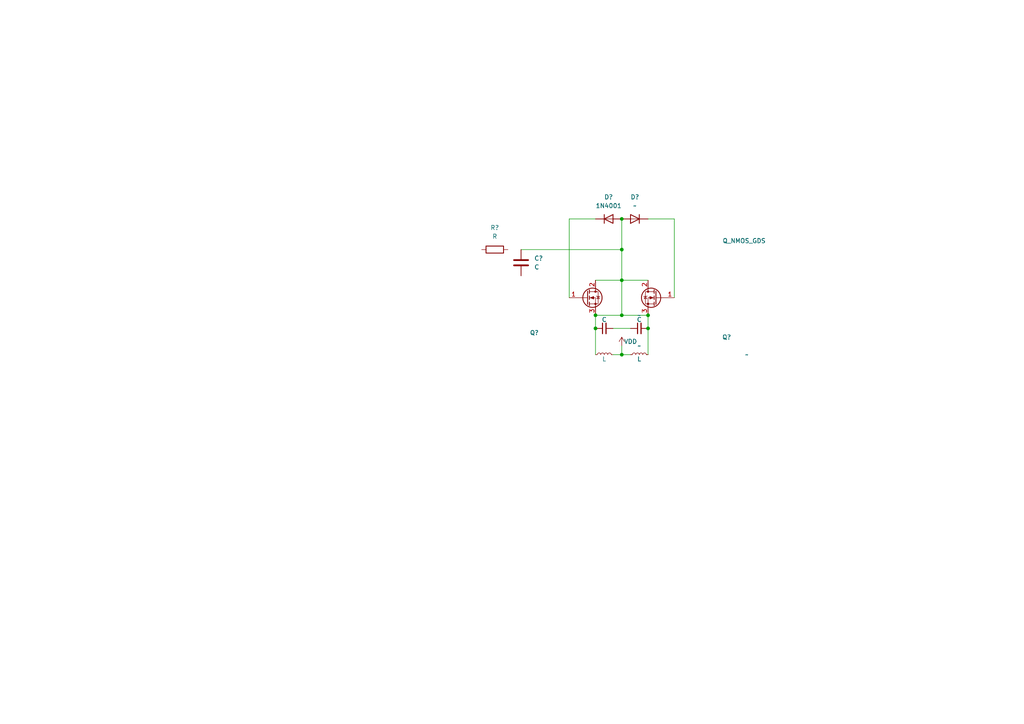
<source format=kicad_sch>
(kicad_sch (version 20211123) (generator eeschema)
  (paper "A4")
  (lib_symbols
    (symbol "Device:C" (pin_numbers hide) (pin_names (offset 0.254))
      (property "Reference" "C" (at 0.635 2.54 0))
      (property "Value" "C" (at 0.635 -2.54 0))
      (symbol "C_0_1"
        (polyline (pts (xy -2.032 -0.762) (xy 2.032 -0.762)) (stroke (width 0.508)))
        (polyline (pts (xy -2.032 0.762) (xy 2.032 0.762)) (stroke (width 0.508)))
      )
      (symbol "C_1_1"
        (pin passive line (at 0 3.81 270) (length 2.794) (name "~") (number "1"))
        (pin passive line (at 0 -3.81 90) (length 2.794) (name "~") (number "2"))
      )
    )
    (symbol "Device:C_Small" (pin_numbers hide) (pin_names (offset 0.254) hide)
      (property "Reference" "C" (at 0.254 1.778 0))
      (property "Value" "C_Small" (at 0.254 -2.032 0))
      (symbol "C_Small_0_1"
        (polyline (pts (xy -1.524 -0.508) (xy 1.524 -0.508)) (stroke (width 0.3302)))
        (polyline (pts (xy -1.524 0.508) (xy 1.524 0.508)) (stroke (width 0.3048)))
      )
      (symbol "C_Small_1_1"
        (pin passive line (at 0 2.54 270) (length 2.032) (name "~") (number "1"))
        (pin passive line (at 0 -2.54 90) (length 2.032) (name "~") (number "2"))
      )
    )
    (symbol "Device:L_Small" (pin_numbers hide) (pin_names (offset 0.254) hide)
      (property "Reference" "L" (at 0.762 1.016 0))
      (property "Value" "L_Small" (at 0.762 -1.016 0))
      (symbol "L_Small_0_1"
        (arc (start 0 -2.032) (mid 0.508 -1.524) (end 0 -1.016))
        (arc (start 0 -1.016) (mid 0.508 -0.508) (end 0 0))
        (arc (start 0 0) (mid 0.508 0.508) (end 0 1.016))
        (arc (start 0 1.016) (mid 0.508 1.524) (end 0 2.032))
      )
      (symbol "L_Small_1_1"
        (pin passive line (at 0 2.54 270) (length 0.508) (name "~") (number "1"))
        (pin passive line (at 0 -2.54 90) (length 0.508) (name "~") (number "2"))
      )
    )
    (symbol "Device:Q_NMOS_GDS" (pin_names (offset 0) hide)
      (property "Reference" "Q" (at 5.08 1.27 0))
      (property "Value" "Q_NMOS_GDS" (at 5.08 -1.27 0))
      (symbol "Q_NMOS_GDS_0_1"
        (polyline (pts (xy 0.254 0) (xy -2.54 0)))
        (polyline (pts (xy 0.254 1.905) (xy 0.254 -1.905)) (stroke (width 0.254)))
        (polyline (pts (xy 0.762 -1.27) (xy 0.762 -2.286)) (stroke (width 0.254)))
        (polyline (pts (xy 0.762 0.508) (xy 0.762 -0.508)) (stroke (width 0.254)))
        (polyline (pts (xy 0.762 2.286) (xy 0.762 1.27)) (stroke (width 0.254)))
        (polyline (pts (xy 2.54 2.54) (xy 2.54 1.778)))
        (polyline (pts (xy 2.54 -2.54) (xy 2.54 0) (xy 0.762 0)))
        (polyline (pts (xy 0.762 -1.778) (xy 3.302 -1.778) (xy 3.302 1.778) (xy 0.762 1.778)))
        (polyline (pts (xy 1.016 0) (xy 2.032 0.381) (xy 2.032 -0.381) (xy 1.016 0)) (fill (type outline)))
        (polyline (pts (xy 2.794 0.508) (xy 2.921 0.381) (xy 3.683 0.381) (xy 3.81 0.254)))
        (polyline (pts (xy 3.302 0.381) (xy 2.921 -0.254) (xy 3.683 -0.254) (xy 3.302 0.381)))
        (circle (center 1.651 0) (radius 2.794) (stroke (width 0.254)))
        (circle (center 2.54 -1.778) (radius 0.254) (fill (type outline)))
        (circle (center 2.54 1.778) (radius 0.254) (fill (type outline)))
      )
      (symbol "Q_NMOS_GDS_1_1"
        (pin input line (at -5.08 0 0) (length 2.54) (name "G") (number "1"))
        (pin passive line (at 2.54 5.08 270) (length 2.54) (name "D") (number "2"))
        (pin passive line (at 2.54 -5.08 90) (length 2.54) (name "S") (number "3"))
      )
    )
    (symbol "Device:R" (pin_numbers hide) (pin_names (offset 0))
      (property "Reference" "R" (at 2.032 0 90))
      (property "Value" "R" (at 0 0 90))
      (symbol "R_0_1"
        (rectangle (start -1.016 -2.54) (end 1.016 2.54) (stroke (width 0.254)))
      )
      (symbol "R_1_1"
        (pin passive line (at 0 3.81 270) (length 1.27) (name "~") (number "1"))
        (pin passive line (at 0 -3.81 90) (length 1.27) (name "~") (number "2"))
      )
    )
    (symbol "Diode:1N4001" (pin_numbers hide) (pin_names (offset 1.016) hide)
      (property "Reference" "D" (at 0 2.54 0))
      (property "Value" "1N4001" (at 0 -2.54 0))
      (symbol "1N4001_0_1"
        (polyline (pts (xy -1.27 1.27) (xy -1.27 -1.27)) (stroke (width 0.254)))
        (polyline (pts (xy 1.27 0) (xy -1.27 0)))
        (polyline (pts (xy 1.27 1.27) (xy 1.27 -1.27) (xy -1.27 0) (xy 1.27 1.27)) (stroke (width 0.254)))
      )
      (symbol "1N4001_1_1"
        (pin passive line (at -3.81 0 0) (length 2.54) (name "K") (number "1"))
        (pin passive line (at 3.81 0 180) (length 2.54) (name "A") (number "2"))
      )
    )
    (symbol "power:VDD" (power) (pin_names (offset 0))
      (property "Value" "VDD" (at 0 3.81 0))
      (symbol "VDD_0_1"
        (polyline (pts (xy -0.762 1.27) (xy 0 2.54)))
        (polyline (pts (xy 0 0) (xy 0 2.54)))
        (polyline (pts (xy 0 2.54) (xy 0.762 1.27)))
      )
      (symbol "VDD_1_1"
        (pin power_in line (at 0 0 90) (length 0) hide (name "VDD") (number "1"))
      )
    )
  )
  (junction (at 180.34 91.44))
  (junction (at 172.72 91.44))
  (junction (at 180.34 72.39))
  (junction (at 172.72 95.25))
  (junction (at 187.96 95.25))
  (junction (at 187.96 91.44))
  (junction (at 180.34 102.87))
  (junction (at 180.34 81.28))
  (junction (at 180.34 63.5))
  (wire (pts (xy 187.96 95.25) (xy 187.96 102.87)))
  (wire (pts (xy 172.72 91.44) (xy 180.34 91.44)))
  (wire (pts (xy 180.34 100.33) (xy 180.34 102.87)))
  (wire (pts (xy 151.13 72.39) (xy 180.34 72.39)))
  (wire (pts (xy 177.8 102.87) (xy 180.34 102.87)))
  (wire (pts (xy 180.34 91.44) (xy 187.96 91.44)))
  (wire (pts (xy 180.34 102.87) (xy 182.88 102.87)))
  (wire (pts (xy 180.34 91.44) (xy 180.34 81.28)))
  (wire (pts (xy 172.72 63.5) (xy 165.1 63.5)))
  (wire (pts (xy 195.58 63.5) (xy 187.96 63.5)))
  (wire (pts (xy 180.34 63.5) (xy 180.34 72.39)))
  (wire (pts (xy 195.58 63.5) (xy 195.58 86.36)))
  (wire (pts (xy 177.8 95.25) (xy 182.88 95.25)))
  (wire (pts (xy 172.72 81.28) (xy 180.34 81.28)))
  (wire (pts (xy 180.34 72.39) (xy 180.34 81.28)))
  (wire (pts (xy 172.72 95.25) (xy 172.72 102.87)))
  (wire (pts (xy 187.96 91.44) (xy 187.96 95.25)))
  (wire (pts (xy 172.72 91.44) (xy 172.72 95.25)))
  (wire (pts (xy 180.34 81.28) (xy 187.96 81.28)))
  (wire (pts (xy 165.1 63.5) (xy 165.1 86.36)))
  (symbol (lib_id "Device:Q_NMOS_GDS") (at 190.5 86.36 0) (mirror y) (unit 1)
    (property "Reference" "Q?" (at 212.09 97.79 0) (effects (justify left)))
    (property "Value" "~" (at 217.17 102.87 0) (effects (justify left)))
  )
  (symbol (lib_id "Device:Q_NMOS_GDS") (at 170.18 86.36 0) (unit 1)
    (property "Reference" "Q?" (at 153.67 96.52 0) (effects (justify left)))
    (property "Value" "Q_NMOS_GDS" (at 209.55 69.85 0) (effects (justify left)))
  )
  (symbol (lib_id "Device:L_Small") (at 175.26 102.87 90) (unit 1)
    (property "Reference" "L" (at 175.26 104.14 90))
    (property "Value" " " (effects hide))
  )
  (symbol (lib_id "Device:C") (at 151.13 76.2 0) (unit 1)
    (property "Reference" "C?" (at 154.94 74.9299 0) (effects (justify left)))
    (property "Value" "C" (at 154.94 77.4699 0) (effects (justify left)))
  )
  (symbol (lib_id "power:VDD") (at 180.34 100.33 0) (unit 1)
    (property "Reference" "#PWR?" (effects hide))
    (property "Value" "VDD" (at 182.88 99.06 0))
  )
  (symbol (lib_id "Diode:1N4001") (at 184.15 63.5 180) (unit 1)
    (property "Reference" "D?" (at 184.15 57.15 0))
    (property "Value" "~" (at 184.15 59.69 0))
    (property "Datasheet" "http://www.vishay.com/docs/88503/1n4001.pdf" (effects hide))
  )
  (symbol (lib_id "Device:C_Small") (at 185.42 95.25 90) (unit 1)
    (property "Reference" "C" (at 185.42 92.71 90))
    (property "Value" "~" (at 185.4263 91.44 90))
  )
  (symbol (lib_id "Device:L_Small") (at 185.42 102.87 90) (unit 1)
    (property "Reference" "L" (at 185.42 104.14 90))
    (property "Value" "~" (at 185.42 100.33 90))
  )
  (symbol (lib_id "Diode:1N4001") (at 176.53 63.5 0) (unit 1)
    (property "Reference" "D?" (at 176.53 57.15 0))
    (property "Value" "1N4001" (at 176.53 59.69 0))
    (property "Footprint" "Diode_THT:D_DO-41_SOD81_P10.16mm_Horizontal" (effects hide))
    (property "Datasheet" "http://www.vishay.com/docs/88503/1n4001.pdf" (effects hide))
  )
  (symbol (lib_id "Device:R") (at 143.51 72.39 90) (unit 1)
    (property "Reference" "R?" (at 143.51 66.04 90))
    (property "Value" "R" (at 143.51 68.58 90))
  )
  (symbol (lib_id "Device:C_Small") (at 175.26 95.25 90) (unit 1)
    (property "Reference" "C" (at 175.26 92.71 90))
    (property "Value" " " (at 175.26 100.33 90))
  )
)
</source>
